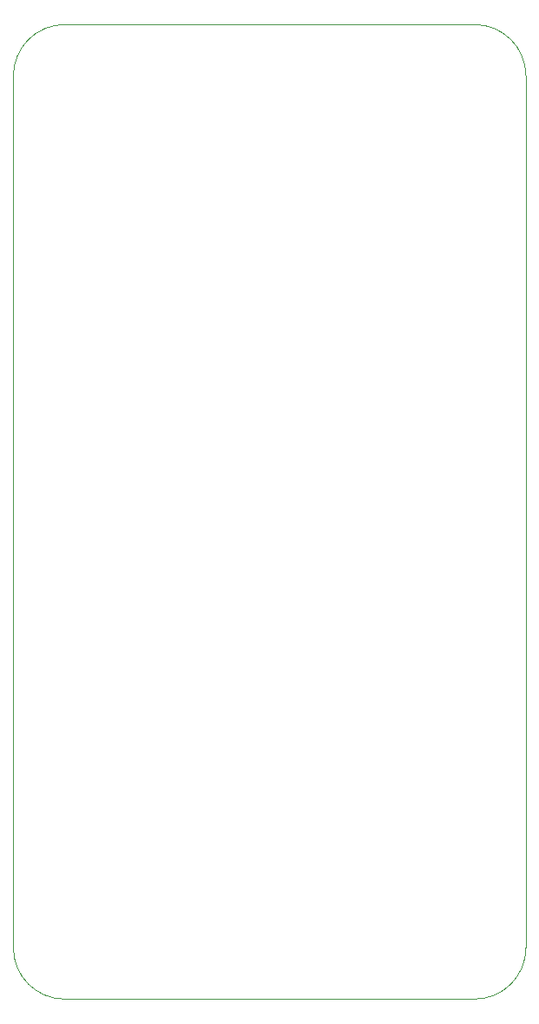
<source format=gbr>
%TF.GenerationSoftware,KiCad,Pcbnew,8.0.5*%
%TF.CreationDate,2024-11-21T22:32:42+00:00*%
%TF.ProjectId,spectrum-analyser,73706563-7472-4756-9d2d-616e616c7973,rev?*%
%TF.SameCoordinates,Original*%
%TF.FileFunction,Profile,NP*%
%FSLAX46Y46*%
G04 Gerber Fmt 4.6, Leading zero omitted, Abs format (unit mm)*
G04 Created by KiCad (PCBNEW 8.0.5) date 2024-11-21 22:32:42*
%MOMM*%
%LPD*%
G01*
G04 APERTURE LIST*
%TA.AperFunction,Profile*%
%ADD10C,0.100000*%
%TD*%
G04 APERTURE END LIST*
D10*
X145000000Y-150000000D02*
G75*
G02*
X140000000Y-155000000I-5000000J0D01*
G01*
X140000000Y-59999966D02*
G75*
G02*
X145000034Y-65000000I0J-5000034D01*
G01*
X145000000Y-149999966D02*
X145000000Y-65000000D01*
X100000000Y-155000000D02*
X140000000Y-155000000D01*
X95000000Y-65035534D02*
X95000000Y-150000000D01*
X140000000Y-60000000D02*
X100000000Y-60000000D01*
X100000000Y-155000000D02*
G75*
G02*
X95000000Y-150000000I0J5000000D01*
G01*
X95000000Y-65035534D02*
G75*
G02*
X100000000Y-59999874I5000000J35534D01*
G01*
M02*

</source>
